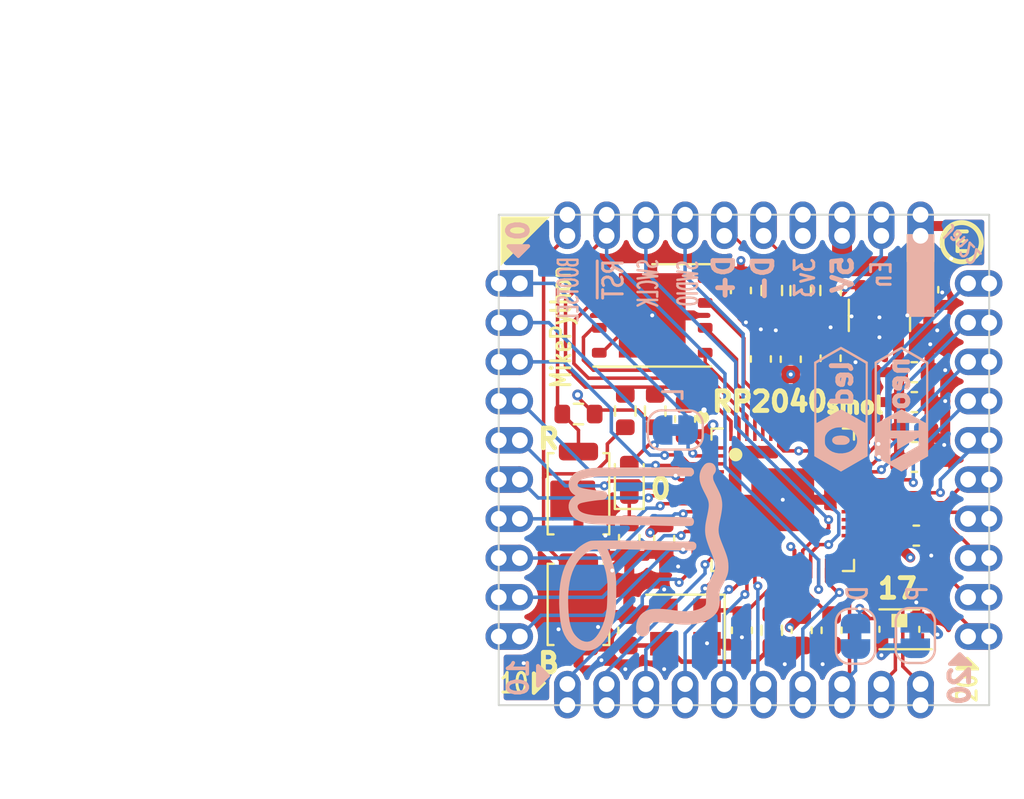
<source format=kicad_pcb>
(kicad_pcb (version 20211014) (generator pcbnew)
  (layers (0 "F.Cu" signal) (1 "In1.Cu" signal) (2 "In2.Cu" signal) (31 "B.Cu" signal) (34 "B.Paste" user) (35 "F.Paste" user) (36 "B.SilkS" user "B.Silkscreen") (37 "F.SilkS" user "F.Silkscreen") (38 "B.Mask" user) (39 "F.Mask" user) (44 "Edge.Cuts" user))
  (net 0 "")
  (net 1 "+1V1")
  (net 2 "GND")
  (net 3 "+3V3")
  (net 4 "/XIN")
  (net 5 "Net-(C16-Pad2)")
  (net 7 "Net-(D1-Pad3)")
  (net 8 "/GPIO20")
  (net 9 "Net-(D1-Pad4)")
  (net 10 "Net-(D2-Pad1)")
  (net 11 "/GPIO4")
  (net 12 "/GPIO5")
  (net 13 "/GPIO6")
  (net 14 "/GPIO7")
  (net 15 "/GPIO8")
  (net 16 "/GPIO9")
  (net 17 "/GPIO10")
  (net 18 "/GPIO18")
  (net 19 "/GPIO19")
  (net 20 "/GPIO21")
  (net 21 "/GPIO22")
  (net 22 "/GPIO23")
  (net 23 "/GPIO26_ADC0")
  (net 24 "/GPIO11")
  (net 25 "/GPIO12")
  (net 26 "/GPIO13")
  (net 27 "/GPIO14")
  (net 28 "/GPIO15")
  (net 29 "/SWCLK")
  (net 30 "/SWDIO")
  (net 31 "/RUN")
  (net 32 "/USB_DI-")
  (net 33 "/USB_DI+")
  (net 34 "/XOUT")
  (net 35 "/BOOTSEL")
  (net 36 "/QSPI_SD3")
  (net 37 "/QSPI_SCLK")
  (net 38 "/QSPI_SD0")
  (net 39 "/QSPI_SD2")
  (net 40 "/QSPI_SD1")
  (net 41 "/QSPI_SS")
  (net 42 "/GPIO2")
  (net 43 "/GPIO3")
  (net 44 "+5V")
  (net 45 "Net-(D2-Pad2)")
  (net 46 "/GPIO27_ADC1")
  (net 47 "/GPIO28_ADC2")
  (net 48 "/GPIO16")
  (net 49 "/GPIO17")
  (net 50 "/En")
  (net 51 "/D-")
  (net 52 "/GPIO0")
  (net 53 "/GPIO1")
  (net 54 "/GPIO24")
  (net 55 "/GPIO29_ADC3")
  (net 56 "/GPIO25")
  (net 57 "/D+")
  (footprint "Capacitor_SMD:C_0603_1608Metric" (layer "F.Cu") (at 148.3948 100.323 -90)
    (fp_text reference "C1" hide)
    (fp_text value "10u")
  )
  (footprint "Capacitor_SMD:C_0603_1608Metric" (layer "F.Cu") (at 141.9432 117.6836 90)
    (fp_text reference "C11" hide)
    (fp_text value "100n")
  )
  (footprint "Resistor_SMD:R_0603_1608Metric" (layer "F.Cu") (at 140.4192 100.3608 90)
    (fp_text reference "R5" hide)
    (fp_text value "27R")
  )
  (footprint "MikeFootprintLib:WS2812b-2020" (layer "F.Cu") (at 146.9216 117.6328)
    (fp_text reference "D1" hide)
    (fp_text value "WS2812B-2020")
  )
  (footprint "Resistor_SMD:R_0603_1608Metric" (layer "F.Cu") (at 141.8924 100.373 90)
    (fp_text reference "R4" hide)
    (fp_text value "27R")
  )
  (footprint "Package_SON:WSON-8-1EP_6x5mm_P1.27mm_EP3.4x4.3mm" (layer "F.Cu") (at 134.3232 101.6308)
    (fp_text reference "U3" hide)
    (fp_text value "W25Q64JVZP")
  )
  (footprint "Capacitor_SMD:C_0603_1608Metric" (layer "F.Cu") (at 143.4672 117.6836 90)
    (fp_text reference "C8" hide)
    (fp_text value "100n")
  )
  (footprint "Capacitor_SMD:C_0603_1608Metric" (layer "F.Cu") (at 147.6836 109.0984 180)
    (fp_text reference "C6" hide)
    (fp_text value "100n")
  )
  (footprint "Capacitor_SMD:C_0603_1608Metric" (layer "F.Cu") (at 135.9996 106.914 -90)
    (fp_text reference "C13" hide)
    (fp_text value "100n")
  )
  (footprint "LED_SMD:LED_0603_1608Metric" (layer "F.Cu") (at 133.1548 110.0128 90)
    (fp_text reference "D2" hide)
    (fp_text value "Pink")
  )
  (footprint "Resistor_SMD:R_0603_1608Metric" (layer "F.Cu") (at 134.4756 106.5076 90)
    (fp_text reference "R2" hide)
    (fp_text value "10K")
  )
  (footprint "Capacitor_SMD:C_0603_1608Metric" (layer "F.Cu") (at 147.6836 104.5264)
    (fp_text reference "C2" hide)
    (fp_text value "10u")
  )
  (footprint "Capacitor_SMD:C_0603_1608Metric" (layer "F.Cu") (at 147.6836 106.0504 180)
    (fp_text reference "C3" hide)
    (fp_text value "1u")
  )
  (footprint "Package_TO_SOT_SMD:SOT-23-5" (layer "F.Cu") (at 145.9056 101.6308 -90)
    (fp_text reference "U1" hide)
    (fp_text value "AP2112K-3.3")
  )
  (footprint "MikeSwitchFootprints:SW_Push_SPST_Alps_SKRK_Clone" (layer "F.Cu") (at 130.564 110.724 90)
    (fp_text reference "SW2" hide)
    (fp_text value "RESET")
  )
  (footprint "Capacitor_SMD:C_0603_1608Metric" (layer "F.Cu") (at 138.8444 100.3608 -90)
    (fp_text reference "C14" hide)
    (fp_text value "100n")
  )
  (footprint "Capacitor_SMD:C_0603_1608Metric" (layer "F.Cu") (at 143.4164 103.8152 -90)
    (fp_text reference "C10" hide)
    (fp_text value "1u")
  )
  (footprint "Capacitor_SMD:C_0603_1608Metric" (layer "F.Cu") (at 139.8604 103.853 -90)
    (fp_text reference "C9" hide)
    (fp_text value "100n")
  )
  (footprint "Resistor_SMD:R_0603_1608Metric" (layer "F.Cu") (at 130.564 106.66)
    (fp_text reference "R8" hide)
    (fp_text value "10K")
  )
  (footprint "Capacitor_SMD:C_0603_1608Metric" (layer "F.Cu") (at 147.7852 112.8576 180)
    (fp_text reference "C4" hide)
    (fp_text value "100n")
  )
  (footprint "MikeFootprintLib:RP2040" (layer "F.Cu") (at 140.978 111.0288)
    (fp_text reference "U2" hide)
    (fp_text value "RP2040")
  )
  (footprint "MikeConnectorFootprints:Castellated_4x10_smol_dual" (layer "F.Cu") (at 126.5 96.5)
    (fp_text reference "PADS1" hide)
    (fp_text value "rp2040smol-b-pads")
  )
  (footprint "Capacitor_SMD:C_0603_1608Metric" (layer "F.Cu") (at 141.3844 103.866 -90)
    (fp_text reference "C5" hide)
    (fp_text value "100n")
  )
  (footprint "Capacitor_SMD:C_0603_1608Metric" (layer "F.Cu") (at 133.104 117.6836 -90)
    (fp_text reference "C16" hide)
    (fp_text value "27p")
  )
  (footprint "Capacitor_SMD:C_0603_1608Metric" (layer "F.Cu") (at 134.9328 113.01 90)
    (fp_text reference "C12" hide)
    (fp_text value "100n")
  )
  (footprint "MikeFootprintLib:RevisionSymbol_Small" (layer "F.Cu") (at 150.1 97.9)
    (fp_text reference "MISC1")
    (fp_text value "E")
  )
  (footprint "Resistor_SMD:R_0603_1608Metric" (layer "F.Cu") (at 143.4164 100.3608 -90)
    (fp_text reference "R1" hide)
    (fp_text value "10K")
  )
  (footprint "Capacitor_SMD:C_0603_1608Metric" (layer "F.Cu") (at 147.6836 107.5744 180)
    (fp_text reference "C7" hide)
    (fp_text value "100n")
  )
  (footprint "Resistor_SMD:R_0603_1608Metric" (layer "F.Cu") (at 140.4192 117.6836 -90)
    (fp_text reference "R7" hide)
    (fp_text value "1K")
  )
  (footprint "Crystal:Crystal_SMD_Abracon_ABM8G-4Pin_3.2x2.5mm" (layer "F.Cu") (at 136.0172 117.5176 180)
    (fp_text reference "Y1" hide)
    (fp_text value "Crystal_520-120-18-33JGN-TR3")
  )
  (footprint "MikeSwitchFootprints:SW_Push_SPST_Alps_SKRK_Clone" (layer "F.Cu") (at 130.564 116.3628 90)
    (fp_text reference "SW1" hide)
    (fp_text value "BOOTSEL")
  )
  (footprint "Resistor_SMD:R_0603_1608Metric" (layer "F.Cu") (at 132.9516 106.5076 -90)
    (fp_text reference "R3" hide)
    (fp_text value "1K")
  )
  (footprint "Resistor_SMD:R_0603_1608Metric" (layer "F.Cu") (at 133.1548 113.0608 90)
    (fp_text reference "R6" hide)
    (fp_text value "300R")
  )
  (footprint "Capacitor_SMD:C_0603_1608Metric" (layer "F.Cu") (at 138.8952 117.6836 -90)
    (fp_text reference "C15" hide)
    (fp_text value "27p")
  )
  (footprint "MikeFootprintLib:Covered_SolderJumper-2_P1.3mm_Bridged_RoundedPad1.0x1.5mm" (layer "B.Cu") (at 135.502001 107.4728 180)
    (fp_text reference "JP3" hide)
    (fp_text value "LED Disable")
  )
  (footprint "MikeArtworkLib:MPSquare_10mm" (layer "B.Cu") (at 133.9 113.518 -90)
    (fp_text reference "ART1" hide)
    (fp_text value "MP10mm" hide)
  )
  (footprint "MikeArtworkLib:badge0" (layer "B.Cu") (at 144 106.4 -90)
    (fp_text reference "ART3" hide)
    (fp_text value "led0" hide)
  )
  (footprint "MikeFootprintLib:Covered_SolderJumper-2_P1.3mm_Bridged_RoundedPad1.0x1.5mm" (layer "B.Cu") (at 144.6864 117.9884 90)
    (fp_text reference "JP2" hide)
    (fp_text value "Neopix Disable")
  )
  (footprint "MikeFootprintLib:Covered_SolderJumper-2_P1.3mm_Bridged_RoundedPad1.0x1.5mm" (layer "B.Cu") (at 147.7344 117.95 -90)
    (fp_text reference "JP1" hide)
    (fp_text value "Neopix Power Disable")
  )
  (footprint "MikeArtworkLib:tag17" (layer "B.Cu") (at 146.9 106.4 -90)
    (fp_text reference "ART2" hide)
    (fp_text value "tag17" hide)
  )
  (gr_poly (pts (xy 127.999998 98.1) (xy 127.499999 98.599999) (xy 127.000001 98.1)) (layer "B.SilkS") (width 0.2) (fill solid))
  (gr_poly (pts (xy 128.5 119.5) (xy 129 120) (xy 128.5 120.5)) (layer "B.SilkS") (width 0.2) (fill solid))
  (gr_rect (start 147.3 97.5) (end 148.7 101.7) (layer "B.SilkS") (width 0.01) (fill solid))
  (gr_poly (pts (xy 149.5 119.4) (xy 150 118.9) (xy 150.5 119.4)) (layer "B.SilkS") (width 0.2) (fill solid))
  (gr_poly (pts (xy 126.6 99.1) (xy 126.6 96.6) (xy 129.1 96.6)) (layer "F.SilkS") (width 0.01) (fill solid))
  (gr_rect (start 147.3 98.9) (end 148.7 97.5) (layer "F.SilkS") (width 0.01) (fill solid))
  (gr_poly (pts (xy 150.876 119.63) (xy 150.376 119.13) (xy 149.876 119.63)) (layer "F.SilkS") (width 0.2) (fill solid))
  (gr_poly (pts (xy 128.286001 120.875999) (xy 128.786 120.376) (xy 128.286001 119.875999)) (layer "F.SilkS") (width 0.2) (fill solid))
  (gr_rect (start 126.5 96.5) (end 151.5 121.5) (layer "Edge.Cuts") (width 0.1) (fill none))
  (gr_text "Jan22" (at 150.1 98 135) (layer "B.SilkS") (effects (font (size 0.75 0.5) (thickness 0.125)) (justify mirror)))
  (gr_text "En" (at 146 99.548 90) (layer "B.SilkS") (effects (font (size 1 0.75)) (justify mirror)))
  (gr_text "SWDIO" (at 136.152 100 90) (layer "B.SilkS") (effects (font (size 1 0.5) (thickness 0.125)) (justify mirror)))
  (gr_text "~{RST}" (at 132.342 99.802 90) (layer "B.SilkS") (effects (font (size 1 0.75)) (justify mirror)))
  (gr_text "3v3" (at 142.1 99.72 90) (layer "B.SilkS") (effects (font (size 1 0.75)) (justify mirror)))
  (gr_text "20" (at 150 120.5 90) (layer "B.SilkS") (effects (font (size 1 1) (thickness 0.25)) (justify mirror)))
  (gr_text "BOOTSEL" (at 130.056 100.31 90) (layer "B.SilkS") (effects (font (size 1 0.5) (thickness 0.125)) (justify mirror)))
  (gr_text "SWCLK" (at 134.12 100 90) (layer "B.SilkS") (effects (font (size 1 0.5) (thickness 0.125)) (justify mirror)))
  (gr_text "D-" (at 139.97 99.75 90) (layer "B.SilkS") (effects (font (size 1 1) (thickness 0.25)) (justify mirror)))
  (gr_text "10" (at 127.5 120.1 90) (layer "B.SilkS") (effects (font (size 1 1) (thickness 0.1875)) (justify mirror)))
  (gr_text "D+" (at 137.97 99.72 90) (layer "B.SilkS") (effects (font (size 1 1) (thickness 0.25)) (justify mirror)))
  (gr_text "neo" (at 146.9 105.1 90) (layer "B.SilkS") (effects (font (size 1 1) (thickness 0.25)) (justify mirror)))
  (gr_text "0" (at 127.5 97.3 90) (layer "B.SilkS") (effects (font (size 1 1) (thickness 0.25)) (justify mirror)))
  (gr_text "5V" (at 144.026 99.548 90) (layer "B.SilkS") (effects (font (size 1 1) (thickness 0.25)) (justify mirror)))
  (gr_text "led" (at 144 105.1 90) (layer "B.SilkS") (effects (font (size 1 1) (thickness 0.25)) (justify mirror)))
  (gr_text "10" (at 127.286 120.375999) (layer "F.SilkS") (effects (font (size 1 0.75))))
  (gr_text "RP2040_{smol}" (at 141.74 106.025) (layer "F.SilkS") (effects (font (size 1 1) (thickness 0.25))))
  (gr_text "MikePython" (at 129.675 102.215 90) (layer "F.SilkS") (effects (font (size 1 0.75))))
  (gr_text "20" (at 150.376 120.63 90) (layer "F.SilkS") (effects (font (size 1 0.75))))
  (segment (start 143.0303 106.671789) (end 143.0303 104.9763) (width 0.1778) (layer "F.Cu") (net 1))
  (segment (start 139.8604 104.628) (end 140.7748 105.5424) (width 0.1524) (layer "F.Cu") (net 1))
  (segment (start 140.7748 108.289522) (end 141.024878 108.5396) (width 0.1778) (layer "F.Cu") (net 1))
  (segment (start 140.7748 105.5424) (end 140.7748 107.5288) (width 0.1524) (layer "F.Cu") (net 1))
  (segment (start 140.7748 107.5288) (end 140.7748 108.289522) (width 0.1778) (layer "F.Cu") (net 1))
  (segment (start 141.3844 113.4164) (end 141.5876 113.6196) (width 0.1778) (layer "F.Cu") (net 1))
  (segment (start 141.5876 113.6196) (end 141.5876 114.5288) (width 0.1778) (layer "F.Cu") (net 1))
  (segment (start 141.6892 108.5396) (end 141.7908 108.5396) (width 0.1778) (layer "F.Cu") (net 1))
  (segment (start 141.7908 108.5396) (end 142.4004 108.5396) (width 0.1778) (layer "F.Cu") (net 1))
  (segment (start 141.558511 115.114511) (end 143.3526 116.9086) (width 0.1778) (layer "F.Cu") (net 1))
  (segment (start 141.558511 113.590511) (end 141.558511 115.114511) (width 0.1778) (layer "F.Cu") (net 1))
  (segment (start 142.8068 108.1332) (end 142.8068 107.5288) (width 0.1778) (layer "F.Cu") (net 1))
  (segment (start 142.8068 107.5288) (end 142.8068 106.89529) (width 0.1778) (layer "F.Cu") (net 1))
  (segment (start 143.0303 104.9763) (end 143.4164 104.5902) (width 0.1778) (layer "F.Cu") (net 1))
  (segment (start 142.4004 108.5396) (end 142.8068 108.1332) (width 0.1778) (layer "F.Cu") (net 1))
  (segment (start 142.8068 106.89529) (end 143.0303 106.671789) (width 0.1778) (layer "F.Cu") (net 1))
  (segment (start 141.024878 108.5396) (end 141.6892 108.5396) (width 0.1778) (layer "F.Cu") (net 1))
  (via (at 141.7908 108.5396) (size 0.46) (drill 0.2) (layers "F.Cu" "B.Cu") (net 1))
  (via (at 141.3844 113.4164) (size 0.46) (drill 0.2) (layers "F.Cu" "B.Cu") (net 1))
  (segment (start 148.5602 112.8576) (end 148.5602 113.8606) (width 0.508) (layer "F.Cu") (net 2))
  (segment (start 138.8952 118.0392) (end 138.8952 118.4586) (width 0.508) (layer "F.Cu") (net 2))
  (segment (start 134.9172 116.6676) (end 134.9328 115.6008) (width 0.508) (layer "F.Cu") (net 2))
  (segment (start 143.4164 103.0402) (end 143.4164 102.2404) (width 0.381) (layer "F.Cu") (net 2))
  (segment (start 147.8608 101.098) (end 147.328 101.6308) (width 0.508) (layer "F.Cu") (net 2))
  (segment (start 131.5628 117.514) (end 130.564 118.5128) (width 0.508) (layer "F.Cu") (net 2))
  (segment (start 135.5802 114.4324) (end 134.9328 113.785) (width 0.508) (layer "F.Cu") (net 2))
  (segment (start 136.647 106.139) (end 136.9648 106.4568) (width 0.508) (layer "F.Cu") (net 2))
  (segment (start 148.4586 106.7994) (end 149.2584 105.9996) (width 0.508) (layer "F.Cu") (net 2))
  (segment (start 147.8366 117.0828) (end 147.8366 116.3126) (width 0.508) (layer "F.Cu") (net 2))
  (segment (start 149.2584 105.9996) (end 149.2584 108.184) (width 0.508) (layer "F.Cu") (net 2))
  (segment (start 134.9966 113.785) (end 135.387451 114.175851) (width 0.508) (layer "F.Cu") (net 2))
  (segment (start 140.6224 102.3928) (end 140.6862 102.3928) (width 0.381) (layer "F.Cu") (net 2))
  (segment (start 147.8366 116.3126) (end 147.809209 116.285209) (width 0.508) (layer "F.Cu") (net 2))
  (segment (start 138.8444 101.1358) (end 138.8444 101.7324) (width 0.381) (layer "F.Cu") (net 2))
  (segment (start 148.4586 106.0504) (end 149.2076 106.0504) (width 0.508) (layer "F.Cu") (net 2))
  (segment (start 148.5602 113.8606) (end 148.5472 113.8736) (width 0.508) (layer "F.Cu") (net 2))
  (segment (start 148.4704 101.098) (end 149.106 100.4624) (width 0.508) (layer "F.Cu") (net 2))
  (segment (start 133.041 113.8858) (end 132.2912 114.6356) (width 0.508) (layer "F.Cu") (net 2))
  (segment (start 139.962 114.5288) (end 139.962 112.0448) (width 0.1778) (layer "F.Cu") (net 2))
  (segment (start 138.8444 101.7324) (end 139.0984 101.9864) (width 0.381) (layer "F.Cu") (net 2))
  (segment (start 148.5472 113.8736) (end 148.5602 113.8866) (width 0.508) (layer "F.Cu") (net 2))
  (segment (start 148.3948 101.098) (end 147.8608 101.098) (width 0.508) (layer "F.Cu") (net 2))
  (segment (start 147.809209 116.285209) (end 147.7852 116.285209) (width 0.508) (layer "F.Cu") (net 2))
  (segment (start 135.644 114.4324) (end 135.5802 114.4324) (width 0.508) (layer "F.Cu") (net 2))
  (segment (start 140.6862 102.3928) (end 141.3844 103.091) (width 0.381) (layer "F.Cu") (net 2))
  (segment (start 143.4672 118.9536) (end 143.01 119.4108) (width 0.508) (layer "F.Cu") (net 2))
  (segment (start 148.5472 107.5744) (end 149.2076 108.2348) (width 0.508) (layer "F.Cu") (net 2))
  (segment (start 131.7578 103.5358) (end 133.6628 101.6308) (width 0.1778) (layer "F.Cu") (net 2))
  (segment (start 143.4672 118.4586) (end 143.4672 118.9536) (width 0.508) (layer "F.Cu") (net 2))
  (segment (start 149.2584 104.4248) (end 149.2584 105.9996) (width 0.508) (layer "F.Cu") (net 2))
  (segment (start 130.564 112.874) (end 131.9356 112.8576) (width 0.508) (layer "F.Cu") (net 2))
  (segment (start 139.8604 103.078) (end 139.8604 102.342) (width 0.381) (layer "F.Cu") (net 2))
  (segment (start 148.4586 104.5264) (end 149.1568 104.5264) (width 0.508) (layer "F.Cu") (net 2))
  (segment (start 147.7852 116.2612) (end 147.8366 116.3126) (width 0.1778) (layer "F.Cu") (net 2))
  (segment (start 135.9996 106.139) (end 136.647 106.139) (width 0.508) (layer "F.Cu") (net 2))
  (segment (start 130.428 118.5128) (end 129.548 117.6328) (width 0.508) (layer "F.Cu") (net 2))
  (segment (start 141.9432 118.5472) (end 141.0796 119.4108) (width 0.508) (layer "F.Cu") (net 2))
  (segment (start 148.4586 107.5744) (end 148.4586 106.7994) (width 0.508) (layer "F.Cu") (net 2))
  (segment (start 149.1568 104.5264) (end 149.2584 104.4248) (width 0.508) (layer "F.Cu") (net 2))
  (segment (start 133.104 116.9086) (end 132.1682 116.9086) (width 0.508) (layer "F.Cu") (net 2))
  (segment (start 132.1682 116.9086) (end 131.5628 117.514) (width 0.508) (layer "F.Cu") (net 2))
  (segment (start 149.2584 108.184) (end 149.2076 108.2348) (width 0.508) (layer "F.Cu") (net 2))
  (segment (start 148.4586 108.9838) (end 149.2076 108.2348) (width 0.508) (layer "F.Cu") (net 2))
  (via (at 143.01 119.4108) (size 0.46) (drill 0.2) (layers "F.Cu" "B.Cu") (net 2))
  (via (at 148.5472 113.8736) (size 0.46) (drill 0.2) (layers "F.Cu" "B.Cu") (net 2))
  (via (at 129.548 117.6328) (size 0.46) (drill 0.2) (layers "F.Cu" "B.Cu") (net 2))
  (via (at 149.2584 105.9996) (size 0.46) (drill 0.2) (layers "F.Cu" "B.Cu") (net 2))
  (via (at 149.2584 104.4248) (size 0.46) (drill 0.2) (layers "F.Cu" "B.Cu") (net 2))
  (via (at 149.5632 98.7352) (size 0.46) (drill 0.2) (layers "F.Cu" "B.Cu") (net 2))
  (via (at 136.9648 106.4568) (size 0.55) (drill 0.27) (layers "F.Cu" "B.Cu") (net 2))
  (via (at 144.4832 101.6816) (size 0.46) (drill 0.2) (layers "F.Cu" "B.Cu") (net 2))
  (via (at 141.0796 119.4108) (size 0.46) (drill 0.2) (layers "F.Cu" "B.Cu") (net 2))
  (via (at 145.9056 102.7484) (size 0.46) (drill 0.2) (layers "F.Cu" "B.Cu") (net 2))
  (via (at 147.7852 116.2612) (size 0.46) (drill 0.2) (layers "F.Cu" "B.Cu") (net 2))
  (via (at 132.2912 114.6356) (size 0.46) (drill 0.2) (layers "F.Cu" "B.Cu") (net 2))
  (via (at 134.9328 115.6008) (size 0.46) (drill 0.2) (layers "F.Cu" "B.Cu") (net 2))
  (via (at 138.8952 118.0392) (size 0.46) (drill 0.2) (layers "F.Cu" "B.Cu") (net 2))
  (via (at 137.1172 118.344) (size 0.46) (drill 0.2) (layers "F.Cu" "B.Cu") (net 2))
  (via (at 127.77 119.36) (size 0.46) (drill 0.2) (layers "F.Cu" "B.Cu") (net 2))
  (via (at 145.9056 101.7324) (size 0.46) (drill 0.2) (layers "F.Cu" "B.Cu") (net 2))
  (via (at 131.9356 112.8576) (size 0.46) (drill 0.2) (layers "F.Cu" "B.Cu") (net 2))
  (via (at 140.6224 102.3928) (size 0.46) (drill 0.2) (layers "F.Cu" "B.Cu") (net 2))
  (via (at 144.6864 104.0184) (size 0.46) (drill 0.2) (layers "F.Cu" "B.Cu") (net 2))
  (via (at 139.0984 101.9864) (size 0.46) (drill 0.2) (layers "F.Cu" "B.Cu") (net 2))
  (via (at 139.8604 102.342) (size 0.46) (drill 0.2) (layers "F.Cu" "B.Cu") (net 2))
  (via (at 140.978 111.0288) (size 0.46) (drill 0.2) (layers "F.Cu" "B.Cu") (net 2))
  (via (at 131.5628 117.514) (size 0.46) (drill 0.2) (layers "F.Cu" "B.Cu") (net 2))
  (via (at 149.2076 108.2348) (size 0.46) (drill 0.2) (layers "F.Cu" "B.Cu") (net 2))
  (via (at 135.644 114.4324) (size 0.46) (drill 0.2) (layers "F.Cu" "B.Cu") (net 2))
  (via (at 143.4164 102.2404) (size 0.46) (drill 0.2) (layers "F.Cu" "B.Cu") (net 2))
  (via (at 131.7324 119.2076) (size 0.46) (drill 0.2) (layers "F.Cu" "B.Cu") (net 2))
  (via (at 148.852 102.3928) (size 0.46) (drill 0.2) (layers "F.Cu" "B.Cu") (net 2))
  (via (at 148.4964 103.104) (size 0.46) (drill 0.2) (layers "F.Cu" "B.Cu") (net 2))
  (via (at 134.9328 119.6648) (size 0.46) (drill 0.2) (layers "F.Cu" "B.Cu") (net 2))
  (via (at 132.9516 119.6648) (size 0.46) (drill 0.2) (layers "F.Cu" "B.Cu") (net 2))
  (via (at 134.3232 101.6308) (size 0.46) (drill 0.2) (layers "F.Cu" "B.Cu") (net 2))
  (via (at 147.328 101.6308) (size 0.46) (drill 0.2) (layers "F.Cu" "B.Cu") (net 2))
  (via (at 149.106 100.4624) (size 0.46) (drill 0.2) (layers "F.Cu" "B.Cu") (net 2))
  (segment (start 146.9086 107.5744) (end 146.9086 109.0984) (width 0.508) (layer "F.Cu") (net 3))
  (segment (start 143.766801 107.528799) (end 145.2452 106.0504) (width 0.1778) (layer "F.Cu") (net 3))
  (segment (start 143.2132 107.5288) (end 143.2132 107.0225) (width 0.1778) (layer "F.Cu") (net 3))
  (segment (start 136.336745 112.0448) (end 136.112734 112.268811) (width 0.1778) (layer "F.Cu") (net 3))
  (segment (start 147.0102 112.8576) (end 147.0102 113.505) (width 0.508) (layer "F.Cu") (net 3))
  (segment (start 134.9328 112.235) (end 134.6918 112.235) (width 0.508) (layer "F.Cu") (net 3))
  (segment (start 130.521216 105.686784) (end 130.521216 105.792216) (width 0.1778) (layer "F.Cu") (net 3))
  (segment (start 146.4644 112.8576) (end 147.0102 112.8576) (width 0.1778) (layer "F.Cu") (net 3))
  (segment (start 141.1812 114.5288) (end 141.1812 116.1466) (width 0.1778) (layer "F.Cu") (net 3))
  (segment (start 146.9086 104.5264) (end 146.9086 106.0504) (width 0.508) (layer "F.Cu") (net 3))
  (segment (start 141.1812 107.5288) (end 141.1812 104.8442) (width 0.1778) (layer "F.Cu") (net 3))
  (segment (start 145.336389 107.969266) (end 145.731255 107.5744) (width 0.1778) (layer "F.Cu") (net 3))
  (segment (start 144.478001 108.3872) (end 145.069537 108.3872) (width 0.1778) (layer "F.Cu") (net 3))
  (segment (start 136.9518 107.689) (end 137.422 107.2188) (width 0.508) (layer "F.Cu") (net 3))
  (segment (start 138.8444 99.5858) (end 138.8444 98.8876) (width 0.381) (layer "F.Cu") (net 3))
  (segment (start 134.6918 112.235) (end 134.2216 112.7052) (width 0.508) (layer "F.Cu") (net 3))
  (segment (start 131.5922 106.4568) (end 133.5998 106.4568) (width 0.1778) (layer "F.Cu") (net 3))
  (segment (start 137.478 112.0448) (end 136.336745 112.0448) (width 0.1778) (layer "F.Cu") (net 3))
  (segment (start 145.6516 112.0448) (end 146.4644 112.8576) (width 0.1778) (layer "F.Cu") (net 3))
  (segment (start 145.2452 106.0504) (end 146.9086 106.0504) (width 0.1778) (layer "F.Cu") (net 3))
  (segment (start 145.7093 104.5264) (end 146.9086 104.5264) (width 0.1778) (layer "F.Cu") (net 3))
  (segment (start 146.8556 102.7683) (end 146.8556 104.4734) (width 0.508) (layer "F.Cu") (net 3))
  (segment (start 144.478 112.0448) (end 145.6516 112.0448) (width 0.1778) (layer "F.Cu") (net 3))
  (segment (start 147.0102 113.505) (end 147.4804 113.9752) (width 0.508) (layer "F.Cu") (net 3))
  (segment (start 135.9996 107.689) (end 136.9518 107.689) (width 0.508) (layer "F.Cu") (net 3))
  (segment (start 130.521216 105.792216) (end 131.389 106.66) (width 0.1778) (layer "F.Cu") (net 3))
  (segment (start 146.9086 106.0504) (end 146.9086 107.5744) (width 0.508) (layer "F.Cu") (net 3))
  (segment (start 136.2158 107.689) (end 136.914 108.3872) (width 0.1778) (layer "F.Cu") (net 3))
  (segment (start 133.5998 106.4568) (end 134.4756 107.3326) (width 0.1778) (layer "F.Cu") (net 3))
  (segment (start 143.6196 107.528799) (end 143.766801 107.528799) (width 0.1778) (layer "F.Cu") (net 3))
  (segment (start 136.112734 112.268811) (end 134.966611 112.268811) (width 0.1778) (layer "F.Cu") (net 3))
  (segment (start 141.5876 107.5288) (end 141.5876 104.8442) (width 0.1778) (layer "F.Cu") (net 3))
  (segment (start 143.2132 107.0225) (end 145.7093 104.5264) (width 0.1778) (layer "F.Cu") (net 3))
  (segment (start 141.9432 116.9216) (end 141.3336 117.5312) (width 0.508) (layer "F.Cu") (net 3))
  (segment (start 145.731255 107.5744) (end 146.9086 107.5744) (width 0.1778) (layer "F.Cu") (net 3))
  (segment (start 141.1812 116.1466) (end 141.9432 116.9086) (width 0.1778) (layer "F.Cu") (net 3))
  (segment (start 145.069537 108.3872) (end 145.336389 108.120348) (width 0.1778) (layer "F.Cu") (net 3))
  (segment (start 136.914 108.3872) (end 137.478 108.3872) (width 0.1778) (layer "F.Cu") (net 3))
  (segment (start 137.0232 99.7258) (end 138.7044 99.7258) (width 0.381) (layer "F.Cu") (net 3))
  (segment (start 138.8444 98.8876) (end 138.8444 98.8368) (width 0.381) (layer "F.Cu") (net 3))
  (segment (start 145.336389 108.120348) (end 145.336389 107.969266) (width 0.1778) (layer "F.Cu") (net 3))
  (via (at 138.8444 98.8368) (size 0.46) (drill 0.2) (layers "F.Cu" "B.Cu") (net 3))
  (via (at 141.3844 104.641) (size 0.46) (drill 0.2) (layers "F.Cu" "B.Cu") (net 3))
  (via (at 147.4804 113.9752) (size 0.46) (drill 0.2) (layers "F.Cu" "B.Cu") (net 3))
  (via (at 130.521216 105.686784) (size 0.55) (drill 0.27) (layers "F.Cu" "B.Cu") (net 3))
  (via (at 137.422 107.2188) (size 0.55) (drill 0.27) (layers "F.Cu" "B.Cu") (net 3))
  (via (at 148.86568 117.902273) (size 0.46) (drill 0.2) (layers "F.Cu" "B.Cu") (net 3))
  (via (at 141.3336 117.5312) (size 0.46) (drill 0.2) (layers "F.Cu" "B.Cu") (net 3))
  (via (at 134.2216 112.7052) (size 0.46) (drill 0.2) (layers "F.Cu" "B.Cu") (net 3))
  (segment (start 148.86568 117.902273) (end 148.263407 117.3) (width 0.1778) (layer "B.Cu") (net 3))
  (segment (start 147.7344 117.3) (end 148.325774 117.3) (width 0.508) (layer "B.Cu") (net 3))
  (segment (start 148.325774 117.3) (end 148.896864 117.87109) (width 0.508) (layer "B.Cu") (net 3))
  (segment (start 140.3684 115.4992) (end 138.959 116.9086) (width 0.1778) (layer "F.Cu") (net 4))
  (segment (start 137.1172 116.6676) (end 138.6542 116.6676) (width 0.2286) (layer "F.Cu") (net 4))
  (segment (start 140.3684 114.5288) (end 140.3684 115.4992) (width 0.1778) (layer "F.Cu") (net 4))
  (segment (start 139.646389 119.281411) (end 140.4192 118.5086) (width 0.2286) (layer "F.Cu") (net 5))
  (segment (start 134.9172 118.3676) (end 135.831011 119.281411) (width 0.2286) (layer "F.Cu") (net 5))
  (segment (start 133.104 118.4586) (end 134.8262 118.4586) (width 0.2286) (layer "F.Cu") (net 5))
  (segment (start 135.831011 119.281411) (end 139.646389 119.281411) (width 0.2286) (layer "F.Cu") (net 5))
  (segment (start 144.9 116.566783) (end 145.416017 117.0828) (width 0.1778) (layer "F.Cu") (net 7))
  (segment (start 145.416017 117.0828) (end 146.0066 117.0828) (width 0.1778) (layer "F.Cu") (net 7))
  (via (at 144.9 116.566783) (size 0.46) (drill 0.2) (layers "F.Cu" "B.Cu") (net 7))
  (segment (start 144.9 116.566783) (end 144.9 117.1248) (width 0.1778) (layer "B.Cu") (net 7))
  (segment (start 147.723989 115.742789) (end 148.742789 115.742789) (width 0.1778) (layer "F.Cu") (net 8))
  (segment (start 148.742789 115.742789) (end 151 118) (width 0.1778) (layer "F.Cu") (net 8))
  (segment (start 145.645131 113.136798) (end 145.365933 112.8576) (width 0.1778) (layer "F.Cu") (net 8))
  (segment (start 145.365933 112.8576) (end 144.478 112.8576) (width 0.1778) (layer "F.Cu") (net 8))
  (segment (start 145.645131 113.136798) (end 145.645131 113.663931) (width 0.1778) (layer "F.Cu") (net 8))
  (segment (start 145.645131 113.663931) (end 147.723989 115.742789) (width 0.1778) (layer "F.Cu") (net 8))
  (segment (start 146.0066 118.9536) (end 146.0066 118.1828) (width 0.508) (layer "F.Cu") (net 9))
  (via (at 146.0066 118.9536) (size 0.46) (drill 0.2) (layers "F.Cu" "B.Cu") (net 9))
  (segment (start 147.7344 118.6) (end 146.3602 118.6) (width 0.508) (layer "B.Cu") (net 9))
  (segment (start 146.3602 118.6) (end 146.0066 118.9536) (width 0.508) (layer "B.Cu") (net 9))
  (segment (start 133.1548 110.8003) (end 133.1548 112.2358) (width 0.1778) (layer "F.Cu") (net 10))
  (segment (start 131.933944 110.319256) (end 132.17882 110.07438) (width 0.1778) (layer "F.Cu") (net 11))
  (segment (start 131.8848 110.319256) (end 131.933944 110.319256) (width 0.1778) (layer "F.Cu") (net 11))
  (segment (start 133.621126 110.07438) (end 133.965946 110.4192) (width 0.1778) (layer "F.Cu") (net 11))
  (segment (start 133.965946 110.4192) (end 137.478 110.4192) (width 0.1778) (layer "F.Cu") (net 11))
  (segment (start 132.17882 110.07438) (end 133.621126 110.07438) (width 0.1778) (layer "F.Cu") (net 11))
  (via (at 131.8848 110.319256) (size 0.46) (drill 0.2) (layers "F.Cu" "B.Cu") (net 11))
  (segment (start 131.8848 110.319256) (end 129.894256 110.319256) (width 0.1778) (layer "B.Cu") (net 11))
  (segment (start 129.894256 110.319256) (end 127.575 108) (width 0.1778) (layer "B.Cu") (net 11))
  (segment (start 134.244275 110.8256) (end 137.478 110.8256) (width 0.1778) (layer "F.Cu") (net 12))
  (segment (start 134.132275 110.9376) (end 134.244275 110.8256) (width 0.1778) (layer "F.Cu") (net 12))
  (via (at 134.132275 110.9376) (size 0.46) (drill 0.2) (layers "F.Cu" "B.Cu") (net 12))
  (segment (start 134.132275 110.9376) (end 128.5126 110.9376) (width 0.1778) (layer "B.Cu") (net 12))
  (segment (start 128.5126 110.9376) (end 127.575 110) (width 0.1778) (layer "B.Cu") (net 12))
  (segment (start 134.8416 111.232) (end 137.478 111.232) (width 0.1778) (layer "F.Cu") (net 13))
  (segment (start 134.7296 111.344) (end 134.8416 111.232) (width 0.1778) (layer "F.Cu") (net 13))
  (via (at 134.7296 111.344) (size 0.46) (drill 0.2) (layers "F.Cu" "B.Cu") (net 13))
  (segment (start 134.048389 111.456011) (end 133.5044 112) (width 0.1778) (layer "B.Cu") (net 13))
  (segment (start 134.7296 111.344) (end 134.617589 111.456011) (width 0.1778) (layer "B.Cu") (net 13))
  (segment (start 134.617589 111.456011) (end 134.048389 111.456011) (width 0.1778) (layer "B.Cu") (net 13))
  (segment (start 133.5044 112) (end 127.575 112) (width 0.1778) (layer "B.Cu") (net 13))
  (segment (start 135.898 111.7504) (end 136.01 111.6384) (width 0.1778) (layer "F.Cu") (net 14))
  (segment (start 136.01 111.6384) (end 137.478 111.6384) (width 0.1778) (layer "F.Cu") (net 14))
  (via (at 135.898 111.7504) (size 0.46) (drill 0.2) (layers "F.Cu" "B.Cu") (net 14))
  (segment (start 135.898 111.7504) (end 135.4812 111.7504) (width 0.1778) (layer "B.Cu") (net 14))
  (segment (start 134.494055 111.8416) (end 134.352055 111.8416) (width 0.1778) (layer "B.Cu") (net 14))
  (segment (start 134.514866 111.862411) (end 134.494055 111.8416) (width 0.1778) (layer "B.Cu") (net 14))
  (segment (start 135.4812 111.7504) (end 135.369189 111.862411) (width 0.1778) (layer "B.Cu") (net 14))
  (segment (start 132.193655 114) (end 127.575 114) (width 0.1778) (layer "B.Cu") (net 14))
  (segment (start 135.369189 111.862411) (end 134.514866 111.862411) (width 0.1778) (layer "B.Cu") (net 14))
  (segment (start 134.352055 111.8416) (end 132.193655 114) (width 0.1778) (layer "B.Cu") (net 14))
  (segment (start 137.478 112.4512) (end 136.463957 112.4512) (width 0.1778) (layer "F.Cu") (net 15))
  (segment (start 136.007869 112.646131) (end 135.7964 112.8576) (width 0.1778) (layer "F.Cu") (net 15))
  (segment (start 136.463957 112.4512) (end 136.269026 112.646131) (width 0.1778) (layer "F.Cu") (net 15))
  (segment (start 136.269026 112.646131) (end 136.007869 112.646131) (width 0.1778) (layer "F.Cu") (net 15))
  (via (at 135.7964 112.8576) (size 0.46) (drill 0.2) (layers "F.Cu" "B.Cu") (net 15))
  (segment (start 135.7964 112.8576) (end 134.9328 112.8576) (width 0.1778) (layer "B.Cu") (net 15))
  (segment (start 131.7904 116) (end 127.575 116) (width 0.1778) (layer "B.Cu") (net 15))
  (segment (start 134.9328 112.8576) (end 131.7904 116) (width 0.1778) (layer "B.Cu") (net 15))
  (segment (start 136.591169 112.8576) (end 137.478 112.8576) (width 0.1778) (layer "F.Cu") (net 16))
  (segment (start 135.898 113.550769) (end 136.591169 112.8576) (width 0.1778) (layer "F.Cu") (net 16))
  (segment (start 135.898 113.5688) (end 135.898 113.550769) (width 0.1778) (layer "F.Cu") (net 16))
  (via (at 135.898 113.5688) (size 0.46) (drill 0.2) (layers "F.Cu" "B.Cu") (net 16))
  (segment (start 135.898 113.5688) (end 135.1868 113.5688) (width 0.1778) (layer "B.Cu") (net 16))
  (segment (start 128.6534 116.9216) (end 127.575 118) (width 0.1778) (layer "B.Cu") (net 16))
  (segment (start 135.1868 113.5688) (end 131.834 116.9216) (width 0.1778) (layer "B.Cu") (net 16))
  (segment (start 131.834 116.9216) (end 128.6534 116.9216) (width 0.1778) (layer "B.Cu") (net 16))
  (segment (start 136.416411 114.523589) (end 136.416411 113.646389) (width 0.1778) (layer "F.Cu") (net 17))
  (segment (start 136.416411 113.646389) (end 136.7988 113.264) (width 0.1778) (layer "F.Cu") (net 17))
  (segment (start 136.7988 113.264) (end 137.478 113.264) (width 0.1778) (layer "F.Cu") (net 17))
  (segment (start 135.6948 115.2452) (end 136.416411 114.523589) (width 0.1778) (layer "F.Cu") (net 17))
  (via (at 135.6948 115.2452) (size 0.46) (drill 0.2) (layers "F.Cu" "B.Cu") (net 17))
  (segment (start 133.8152 115.985255) (end 133.8152 116.3628) (width 0.1778) (layer "B.Cu") (net 17))
  (segment (start 134.718066 115.082389) (end 133.8152 115.985255) (width 0.1778) (layer "B.Cu") (net 17))
  (segment (start 135.6948 115.2452) (end 135.531989 115.082389) (width 0.1778) (layer "B.Cu") (net 17))
  (segment (start 135.531989 115.082389) (end 134.718066 115.082389) (width 0.1778) (layer "B.Cu") (net 17))
  (segment (start 133.8152 116.3628) (end 130 120.178) (width 0.1778) (layer "B.Cu") (net 17))
  (segment (start 146.7184 116.6272) (end 145.2856 115.1944) (width 0.1778) (layer "F.Cu") (net 18))
  (segment (start 145.2856 115.1944) (end 145.2452 115.1944) (width 0.1778) (layer "F.Cu") (net 18))
  (segment (start 146.7184 119.7066) (end 146.7184 116.6272) (width 0.1778) (layer "F.Cu") (net 18))
  (segment (start 144.478 114.4272) (end 144.478 113.6704) (width 0.1778) (layer "F.Cu") (net 18))
  (segment (start 145.2452 115.1944) (end 144.478 114.4272) (width 0.1778) (layer "F.Cu") (net 18))
  (segment (start 146 120.425) (end 146.7184 119.7066) (width 0.1778) (layer "F.Cu") (net 18))
  (segment (start 145.267811 113.293089) (end 145.238722 113.264) (width 0.1778) (layer "F.Cu") (net 19))
  (segment (start 148 120.425) (end 147.09572 119.52072) (width 0.1778) (layer "F.Cu") (net 19))
  (segment (start 145.238722 113.264) (end 144.478 113.264) (width 0.1778) (layer "F.Cu") (net 19))
  (segment (start 147.09572 116.18132) (end 145.267811 114.353411) (width 0.1778) (layer "F.Cu") (net 19))
  (segment (start 147.09572 119.52072) (end 147.09572 116.18132) (width 0.1778) (layer "F.Cu") (net 19))
  (segment (start 145.267811 114.353411) (end 145.267811 113.293089) (width 0.1778) (layer "F.Cu") (net 19))
  (segment (start 146.27178 113.68098) (end 146.27178 113.229835) (width 0.1778) (layer "F.Cu") (net 20))
  (segment (start 146.27178 113.229835) (end 145.493145 112.4512) (width 0.1778) (layer "F.Cu") (net 20))
  (segment (start 147.328 114.7372) (end 146.27178 113.68098) (width 0.1778) (layer "F.Cu") (net 20))
  (segment (start 145.493145 112.4512) (end 144.478 112.4512) (width 0.1778) (layer "F.Cu") (net 20))
  (segment (start 149.1622 114.7372) (end 147.328 114.7372) (width 0.1778) (layer "F.Cu") (net 20))
  (segment (start 150.425 116) (end 149.1622 114.7372) (width 0.1778) (layer "F.Cu") (net 20))
  (segment (start 150.075411 112.963411) (end 150.025941 112.963411) (width 0.1778) (layer "F.Cu") (net 21))
  (segment (start 149.461589 112.349589) (end 149.1568 112.0448) (width 0.1778) (layer "F.Cu") (net 21))
  (segment (start 146.185213 112.0448) (end 145.778812 111.6384) (width 0.1778) (layer "F.Cu") (net 21))
  (segment (start 150.425 113.313) (end 150.075411 112.963411) (width 0.1778) (layer "F.Cu") (net 21))
  (segment (start 149.461589 112.399059) (end 149.461589 112.349589) (width 0.1778) (layer "F.Cu") (net 21))
  (segment (start 150.425 114) (end 150.425 113.313) (width 0.1778) (layer "F.Cu") (net 21))
  (segment (start 150.025941 112.963411) (end 149.461589 112.399059) (width 0.1778) (layer "F.Cu") (net 21))
  (segment (start 149.1568 112.0448) (end 146.185213 112.0448) (width 0.1778) (layer "F.Cu") (net 21))
  (segment (start 145.778812 111.6384) (end 144.478 111.6384) (width 0.1778) (layer "F.Cu") (net 21))
  (segment (start 144.478 111.232) (end 145.906024 111.232) (width 0.1778) (layer "F.Cu") (net 22))
  (segment (start 145.906024 111.232) (end 146.341504 111.66748) (width 0.1778) (layer "F.Cu") (net 22))
  (segment (start 146.341504 111.66748) (end 150.09248 111.66748) (width 0.1778) (layer "F.Cu") (net 22))
  (segment (start 147.6328 110.1548) (end 147.4908 110.0128) (width 0.1778) (layer "F.Cu") (net 23))
  (segment (start 147.4908 110.0128) (end 144.478 110.0128) (width 0.1778) (layer "F.Cu") (net 23))
  (via (at 147.6328 110.1548) (size 0.46) (drill 0.2) (layers "F.Cu" "B.Cu") (net 23))
  (segment (start 147.6328 108.7922) (end 150.425 106) (width 0.1778) (layer "B.Cu") (net 23))
  (segment (start 147.6328 110.1548) (end 147.6328 108.7922) (width 0.1778) (layer "B.Cu") (net 23))
  (segment (start 137.0156 114.3308) (end 137.478 113.8684) (width 0.1778) (layer "F.Cu") (net 24))
  (segment (start 137.478 113.8684) (end 137.478 113.6704) (width 0.1778) (layer "F.Cu") (net 24))
  (via (at 137.0156 114.3308) (size 0.46) (drill 0.2) (layers "F.Cu" "B.Cu") (net 24))
  (segment (start 137.0156 114.788) (end 132 119.8036) (width 0.1778) (layer "B.Cu") (net 24))
  (segment (start 137.0156 114.3308) (end 137.0156 114.788) (width 0.1778) (layer "B.Cu") (net 24))
  (segment (start 132 119.8036) (end 132 120.425) (width 0.1778) (layer "B.Cu") (net 24))
  (segment (start 137.0156 115.55) (end 138.0368 114.5288) (width 0.1778) (layer "F.Cu") (net 25))
  (segment (start 138.0368 114.5288) (end 138.3364 114.5288) (width 0.1778) (layer "F.Cu") (net 25))
  (via (at 137.0156 115.55) (size 0.46) (drill 0.2) (layers "F.Cu" "B.Cu") (net 25))
  (segment (start 137.0156 115.55) (end 137.0156 115.6516) (width 0.1778) (layer "B.Cu") (net 25))
  (segment (start 137.0156 115.6516) (end 134 118.6672) (width 0.1778) (layer "B.Cu") (net 25))
  (segment (start 134 118.6672) (end 134 121.41108) (width 0.1778) (layer "B.Cu") (net 25))
  (segment (start 138.431522 115.6008) (end 138.2348 115.6008) (width 0.1778) (layer "F.Cu") (net 26))
  (segment (start 138.7428 114.5288) (end 138.771889 114.557889) (width 0.1778) (layer "F.Cu") (net 26))
  (segment (start 138.771889 115.260433) (end 138.431522 115.6008) (width 0.1778) (layer "F.Cu") (net 26))
  (segment (start 138.771889 114.557889) (end 138.771889 115.260433) (width 0.1778) (layer "F.Cu") (net 26))
  (via (at 138.2348 115.6008) (size 0.46) (drill 0.2) (layers "F.Cu" "B.Cu") (net 26))
  (segment (start 136 117.8356) (end 136 121.41108) (width 0.1778) (layer "B.Cu") (net 26))
  (segment (start 138.2348 115.6008) (end 136 117.8356) (width 0.1778) (layer "B.Cu") (net 26))
  (segment (start 139.1492 114.5288) (end 139.1492 115.7532) (width 0.1778) (layer "F.Cu") (net 27))
  (segment (start 139.1492 115.7532) (end 139.0476 115.8548) (width 0.1778) (layer "F.Cu") (net 27))
  (via (at 139.0476 115.8548) (size 0.46) (drill 0.2) (layers "F.Cu" "B.Cu") (net 27))
  (segment (start 138 116.9024) (end 138 121.41108) (width 0.1778) (layer "B.Cu") (net 27))
  (segment (start 139.0476 115.8548) (end 138 116.9024) (width 0.1778) (layer "B.Cu") (net 27))
  (segment (start 139.5556 115.274396) (end 139.707837 115.426633) (width 0.1778) (layer "F.Cu") (net 28))
  (segment (start 139.5556 114.5288) (end 139.5556 115.274396) (width 0.1778) (layer "F.Cu") (net 28))
  (via (at 139.707837 115.426633) (size 0.46) (drill 0.2) (layers "F.Cu" "B.Cu") (net 28))
  (segment (start 139.707837 115.426633) (end 139.707837 121.207837) (width 0.1778) (layer "B.Cu") (net 28))
  (segment (start 143.3148 112.469222) (end 142.866611 112.917411) (width 0.1778) (layer "F.Cu") (net 29))
  (segment (start 141.994 113.619177) (end 141.994 114.5288) (width 0.1778) (layer "F.Cu") (net 29))
  (segment (start 143.3148 112.0448) (end 143.3148 112.469222) (width 0.1778) (layer "F.Cu") (net 29))
  (segment (start 142.695766 112.917411) (end 141.994 113.619177) (width 0.1778) (layer "F.Cu") (net 29))
  (segment (start 142.866611 112.917411) (end 142.695766 112.917411) (width 0.1778) (layer "F.Cu") (net 29))
  (via (at 143.3148 112.0448) (size 0.46) (drill 0.2) (layers "F.Cu" "B.Cu") (net 29))
  (segment (start 143.3148 112.0448) (end 138.579989 107.309989) (width 0.1778) (layer "B.Cu") (net 29))
  (segment (start 138.579989 104.007989) (end 134 99.428) (width 0.1778) (layer "B.Cu") (net 29))
  (segment (start 134 99.428) (end 134 97.575) (width 0.1778) (layer "B.Cu") (net 29))
  (segment (start 138.579989 107.309989) (end 138.579989 104.007989) (width 0.1778) (layer "B.Cu") (net 29))
  (segment (start 142.4004 113.746388) (end 142.4004 114.5288) (width 0.1778) (layer "F.Cu") (net 30))
  (segment (start 143.3148 113.3148) (end 142.831988 113.3148) (width 0.1778) (layer "F.Cu") (net 30))
  (segment (start 142.831988 113.3148) (end 142.4004 113.746388) (width 0.1778) (layer "F.Cu") (net 30))
  (via (at 143.3148 113.3148) (size 0.46) (drill 0.2) (layers "F.Cu" "B.Cu") (net 30))
  (segment (start 138.957309 102.578454) (end 136 99.621145) (width 0.1778) (layer "B.Cu") (net 30))
  (segment (start 143.3148 113.3148) (end 143.833211 112.796389) (width 0.1778) (layer "B.Cu") (net 30))
  (segment (start 143.833211 112.796389) (end 143.833211 111.750411) (width 0.1778) (layer "B.Cu") (net 30))
  (segment (start 138.957309 106.874509) (end 138.957309 102.578454) (width 0.1778) (layer "B.Cu") (net 30))
  (segment (start 136 99.621145) (end 136 97.575) (width 0.1778) (layer "B.Cu") (net 30))
  (segment (start 143.833211 111.750411) (end 138.957309 106.874509) (width 0.1778) (layer "B.Cu") (net 30))
  (segment (start 129.4972 100.0778) (end 132 97.575) (width 0.1778) (layer "F.Cu") (net 31))
  (segment (start 130.564 107.485) (end 129.739 106.66) (width 0.1778) (layer "F.Cu") (net 31))
  (segment (start 129.4972 106.4182) (end 129.4972 100.0778) (width 0.1778) (layer "F.Cu") (net 31))
  (segment (start 130.564 108.574) (end 130.564 107.485) (width 0.1778) (layer "F.Cu") (net 31))
  (segment (start 142.8068 115.6008) (end 142.8068 114.5288) (width 0.1778) (layer "F.Cu") (net 31))
  (via (at 142.8068 115.6008) (size 0.46) (drill 0.2) (layers "F.Cu" "B.Cu") (net 31))
  (segment (start 142.8068 114.105655) (end 138.0316 109.330455) (width 0.1778) (layer "B.Cu") (net 31))
  (segment (start 138.0316 109.330455) (end 138.0316 104.606055) (width 0.1778) (layer "B.Cu") (net 31))
  (segment (start 138.0316 104.606055) (end 132 98.574455) (width 0.1778) (layer "B.Cu") (net 31))
  (segment (start 132 98.574455) (end 132 97.575) (width 0.1778) (layer "B.Cu") (net 31))
  (segment (start 142.8068 115.6008) (end 142.8068 114.105655) (width 0.1778) (layer "B.Cu") (net 31))
  (segment (start 142.4004 107.5288) (end 142.4004 106.768078) (width 0.1778) (layer "F.Cu") (net 32))
  (segment (start 142.65298 106.515498) (end 142.65298 101.95858) (width 0.1778) (layer "F.Cu") (net 32))
  (segment (start 142.4004 106.768078) (end 142.65298 106.515498) (width 0.1778) (layer "F.Cu") (net 32))
  (segment (start 142.65298 101.95858) (end 141.8924 101.198) (width 0.1778) (layer "F.Cu") (net 32))
  (segment (start 141.07818 101.60031) (end 141.36429 101.88642) (width 0.1778) (layer "F.Cu") (net 33))
  (segment (start 142.1972 106.437666) (end 141.994 106.640866) (width 0.1778) (layer "F.Cu") (net 33))
  (segment (start 141.07818 101.57858) (end 141.07818 101.60031) (width 0.1778) (layer "F.Cu") (net 33))
  (segment (start 140.6854 101.1858) (end 141.07818 101.57858) (width 0.1778) (layer "F.Cu") (net 33))
  (segment (start 142.1972 102.6976) (end 142.1972 106.437666) (width 0.1778) (layer "F.Cu") (net 33))
  (segment (start 141.36429 101.88642) (end 141.38602 101.88642) (width 0.1778) (layer "F.Cu") (net 33))
  (segment (start 141.994 106.640866) (end 141.994 107.5288) (width 0.1778) (layer "F.Cu") (net 33))
  (segment (start 141.38602 101.88642) (end 142.1972 102.6976) (width 0.1778) (layer "F.Cu") (net 33))
  (segment (start 140.7748 114.5288) (end 140.7748 116.503) (width 0.1778) (layer "F.Cu") (net 34))
  (segment (start 140.7748 116.503) (end 140.4192 116.8586) (width 0.1778) (layer "F.Cu") (net 34))
  (segment (start 132.0372 108.9968) (end 132.0372 108.184) (width 0.1778) (layer "F.Cu") (net 35))
  (segment (start 128.786 98.789) (end 128.786 113.264) (width 0.1778) (layer "F.Cu") (net 35))
  (segment (start 128.786 113.264) (end 129.7348 114.2128) (width 0.1778) (layer "F.Cu") (net 35))
  (segment (start 128.9892 109.708) (end 131.326 109.708) (width 0.1778) (layer "F.Cu") (net 35))
  (segment (start 128.786 109.454) (end 129.04 109.708) (width 0.1778) (layer "F.Cu") (net 35))
  (segment (start 132.0372 108.184) (end 132.8886 107.3326) (width 0.1778) (layer "F.Cu") (net 35))
  (segment (start 130 97.575) (end 128.786 98.789) (width 0.1778) (layer "F.Cu") (net 35))
  (segment (start 128.9892 109.708) (end 128.786 109.9112) (width 0.1778) (layer "F.Cu") (net 35))
  (segment (start 131.326 109.708) (end 132.0372 108.9968) (width 0.1778) (layer "F.Cu") (net 35))
  (segment (start 138.9968 104.965485) (end 138.9968 102.7992) (width 0.1778) (layer "F.Cu") (net 36))
  (segment (start 140.3684 107.5288) (end 140.3684 106.337085) (width 0.1778) (layer "F.Cu") (net 36))
  (segment (start 140.3684 106.337085) (end 138.9968 104.965485) (width 0.1778) (layer "F.Cu") (net 36))
  (segment (start 138.9968 102.7992) (end 137.1934 100.9958) (width 0.1778) (layer "F.Cu") (net 36))
  (segment (start 138.61948 105.121777) (end 138.61948 103.86208) (width 0.1778) (layer "F.Cu") (net 37))
  (segment (start 138.61948 103.86208) (end 137.0232 102.2658) (width 0.1778) (layer "F.Cu") (net 37))
  (segment (start 139.962 106.464297) (end 138.61948 105.121777) (width 0.1778) (layer "F.Cu") (net 37))
  (segment (start 139.962 107.5288) (end 139.962 106.464297) (width 0.1778) (layer "F.Cu") (net 37))
  (segment (start 139.5556 107.5288) (end 139.5556 106.591509) (width 0.1778) (layer "F.Cu") (net 38))
  (segment (start 137.0232 104.059109) (end 137.0232 103.5358) (width 0.1778) (layer "F.Cu") (net 38))
  (segment (start 139.5556 106.591509) (end 137.0232 104.059109) (width 0.1778) (layer "F.Cu") (net 38))
  (segment (start 136.805922 104.4248) (end 131.326 104.4248) (width 0.1778) (layer "F.Cu") (net 39))
  (segment (start 139.1492 107.5288) (end 139.1492 106.768078) (width 0.1778) (layer "F.Cu") (net 39))
  (segment (start 130.818 102.7484) (end 131.3006 102.2658) (width 0.1778) (layer "F.Cu") (net 39))
  (segment (start 130.818 103.9168) (end 130.818 102.7484) (width 0.1778) (layer "F.Cu") (net 39))
  (segment (start 131.3006 102.2658) (end 131.6232 102.2658) (width 0.1778) (layer "F.Cu") (net 39))
  (segment (start 139.1492 106.768078) (end 136.805922 104.4248) (width 0.1778) (layer "F.Cu") (net 39))
  (segment (start 131.326 104.4248) (end 130.818 103.9168) (width 0.1778) (layer "F.Cu") (net 39))
  (segment (start 136.67871 104.8312) (end 131.072 104.8312) (width 0.1778) (layer "F.Cu") (net 40))
  (segment (start 130.33172 104.09092) (end 130.33172 101.91388) (width 0.1778) (layer "F.Cu") (net 40))
  (segment (start 138.7428 106.89529) (end 136.67871 104.8312) (width 0.1778) (layer "F.Cu") (net 40))
  (segment (start 131.072 104.8312) (end 130.33172 104.09092) (width 0.1778) (layer "F.Cu") (net 40))
  (segment (start 130.33172 101.91388) (end 131.2498 100.9958) (width 0.1778) (layer "F.Cu") (net 40))
  (segment (start 131.2498 100.9958) (end 131.6232 100.9958) (width 0.1778) (layer "F.Cu") (net 40))
  (segment (start 138.7428 107.5288) (end 138.7428 106.89529) (width 0.1778) (layer "F.Cu") (net 40))
  (segment (start 129.9036 100.8523) (end 129.9036 104.2724) (width 0.1778) (layer "F.Cu") (net 41))
  (segment (start 136.602298 105.2884) (end 138.3364 107.022502) (width 0.1778) (layer "F.Cu") (net 41))
  (segment (start 131.0301 99.7258) (end 129.9036 100.8523) (width 0.1778) (layer "F.Cu") (net 41))
  (segment (start 130.9196 105.2884) (end 136.602298 105.2884) (width 0.1778) (layer "F.Cu") (net 41))
  (segment (start 129.9036 104.2724) (end 130.9196 105.2884) (width 0.1778) (layer "F.Cu") (net 41))
  (segment (start 131.6232 99.7258) (end 131.0301 99.7258) (width 0.1778) (layer "F.Cu") (net 41))
  (segment (start 138.3364 107.022502) (end 138.3364 107.5288) (width 0.1778) (layer "F.Cu") (net 41))
  (segment (start 134.492819 109.271611) (end 134.503664 109.282456) (width 0.1778) (layer "F.Cu") (net 42))
  (segment (start 136.069675 109.6064) (end 137.478 109.6064) (width 0.1778) (layer "F.Cu") (net 42))
  (segment (start 134.503664 109.282456) (end 135.745731 109.282456) (width 0.1778) (layer "F.Cu") (net 42))
  (segment (start 135.745731 109.282456) (end 136.069675 109.6064) (width 0.1778) (layer "F.Cu") (net 42))
  (via (at 134.492819 109.271611) (size 0.46) (drill 0.2) (layers "F.Cu" "B.Cu") (net 42))
  (segment (start 132.2404 107.5744) (end 132.2404 106.406) (width 0.1778) (layer "B.Cu") (net 42))
  (segment (start 132.2404 106.406) (end 129.8344 104) (width 0.1778) (layer "B.Cu") (net 42))
  (segment (start 129.8344 104) (end 126.58892 104) (width 0.1778) (layer "B.Cu") (net 42))
  (segment (start 133.937611 109.271611) (end 132.2404 107.5744) (width 0.1778) (layer "B.Cu") (net 42))
  (segment (start 134.492819 109.271611) (end 133.937611 109.271611) (width 0.1778) (layer "B.Cu") (net 42))
  (segment (start 135.515673 109.800856) (end 135.727617 110.0128) (width 0.1778) (layer "F.Cu") (net 43))
  (segment (start 135.727617 110.0128) (end 137.478 110.0128) (width 0.1778) (layer "F.Cu") (net 43))
  (via (at 135.515673 109.800856) (size 0.46) (drill 0.2) (layers "F.Cu" "B.Cu") (net 43))
  (segment (start 135.515673 109.800856) (end 131.375856 109.800856) (width 0.1778) (layer "B.Cu") (net 43))
  (segment (start 131.375856 109.800856) (end 127.575 106) (width 0.1778) (layer "B.Cu") (net 43))
  (segment (start 146.91312 100.43578) (end 147.8009 99.548) (width 1.016) (layer "F.Cu") (net 44))
  (segment (start 143.4164 99.5358) (end 144 98.9522) (width 1.016) (layer "F.Cu") (net 44))
  (segment (start 143.82892 99.12328) (end 147.97008 99.12328) (width 1.016) (layer "F.Cu") (net 44))
  (segment (start 147.8009 99.548) (end 148.3948 99.548) (width 1.016) (layer "F.Cu") (net 44))
  (segment (start 146.91312 99.625604) (end 146.91312 100.43578) (width 1.016) (layer "F.Cu") (net 44))
  (segment (start 147.97008 99.12328) (end 148.3948 99.548) (width 1.016) (layer "F.Cu") (net 44))
  (segment (start 144 97.575) (end 144 98.9522) (width 1.016) (layer "F.Cu") (net 44))
  (segment (start 134.4248 108.2348) (end 134.1453 108.2348) (width 0.1778) (layer "F.Cu") (net 45))
  (segment (start 134.1453 108.2348) (end 133.1548 109.2253) (width 0.1778) (layer "F.Cu") (net 45))
  (via (at 134.4248 108.2348) (size 0.46) (drill 0.2) (layers "F.Cu" "B.Cu") (net 45))
  (segment (start 134.4248 108.2348) (end 134.852001 107.807599) (width 0.1778) (layer "B.Cu") (net 45))
  (segment (start 145.8952 109.6064) (end 144.478 109.6064) (width 0.1778) (layer "F.Cu") (net 46))
  (segment (start 146.0072 109.4944) (end 145.8952 109.6064) (width 0.1778) (layer "F.Cu") (net 46))
  (via (at 146.0072 109.4944) (size 0.46) (drill 0.2) (layers "F.Cu" "B.Cu") (net 46))
  (segment (start 147.328 108.1736) (end 147.328 107.097) (width 0.1778) (layer "B.Cu") (net 46))
  (segment (start 147.328 107.097) (end 150.425 104) (width 0.1778) (layer "B.Cu") (net 46))
  (segment (start 146.0072 109.4944) (end 147.328 108.1736) (width 0.1778) (layer "B.Cu") (net 46))
  (segment (start 145.875265 108.89319) (end 145.568455 109.2) (width 0.1778) (layer "F.Cu") (net 47))
  (segment (start 145.875265 108.848229) (end 145.875265 108.89319) (width 0.1778) (layer "F.Cu") (net 47))
  (segment (start 145.568455 109.2) (end 144.478 109.2) (width 0.1778) (layer "F.Cu") (net 47))
  (via (at 145.875265 108.848229) (size 0.46) (drill 0.2) (layers "F.Cu" "B.Cu") (net 47))
  (segment (start 145.923716 108.848229) (end 146.8708 107.901145) (width 0.1778) (layer "B.Cu") (net 47))
  (segment (start 146.8708 107.901145) (end 146.8708 105.5542) (width 0.1778) (layer "B.Cu") (net 47))
  (segment (start 145.875265 108.848229) (end 145.923716 108.848229) (width 0.1778) (layer "B.Cu") (net 47))
  (segment (start 146.8708 105.5542) (end 150.425 102) (width 0.1778) (layer "B.Cu") (net 47))
  (segment (start 143.772 115.7532) (end 143.2132 115.1944) (width 0.1778) (layer "F.Cu") (net 48))
  (segment (start 143.8632 115.7532) (end 143.772 115.7532) (width 0.1778) (layer "F.Cu") (net 48))
  (segment (start 143.2132 115.1944) (end 143.2132 114.5288) (width 0.1778) (layer "F.Cu") (net 48))
  (via (at 143.8632 115.7532) (size 0.46) (drill 0.2) (layers "F.Cu" "B.Cu") (net 48))
  (segment (start 143.8632 115.7532) (end 142 117.6164) (width 0.1778) (layer "B.Cu") (net 48))
  (segment (start 142 117.6164) (end 142 120.825) (width 0.1778) (layer "B.Cu") (net 48))
  (segment (start 143.716 114.5288) (end 144.3816 115.1944) (width 0.1778) (layer "F.Cu") (net 49))
  (segment (start 144.3816 115.1944) (end 144.3816 120.0434) (width 0.1778) (layer "F.Cu") (net 49))
  (segment (start 143.6196 114.5288) (end 143.716 114.5288) (width 0.1778) (layer "F.Cu") (net 49))
  (segment (start 144.6864 118.6384) (end 144.6864 119.7386) (width 0.1778) (layer "B.Cu") (net 49))
  (segment (start 144.6864 119.7386) (end 144 120.425) (width 0.1778) (layer "B.Cu") (net 49))
  (segment (start 144.1784 100.4238) (end 143.4164 101.1858) (width 0.1778) (layer "F.Cu") (net 50))
  (segment (start 144.6707 100.2084) (end 144.9556 100.4933) (width 0.1778) (layer "F.Cu") (net 50))
  (segment (start 144.1784 100.2084) (end 144.1784 100.4238) (width 0.1778) (layer "F.Cu") (net 50))
  (segment (start 144.1784 100.2084) (end 144.6707 100.2084) (width 0.1778) (layer "F.Cu") (net 50))
  (via (at 144.1784 100.2084) (size 0.46) (drill 0.2) (layers "F.Cu" "B.Cu") (net 50))
  (segment (start 144.3816 100.2084) (end 144.1784 100.2084) (width 0.1778) (layer "B.Cu") (net 50))
  (segment (start 146 97.575) (end 146 98.59) (width 0.1778) (layer "B.Cu") (net 50))
  (segment (start 146 98.59) (end 144.3816 100.2084) (width 0.1778) (layer "B.Cu") (net 50))
  (segment (start 141.8924 99.4674) (end 140 97.575) (width 0.1524) (layer "F.Cu") (net 51))
  (segment (start 136.523631 108.7936) (end 137.478 108.7936) (width 0.1778) (layer "F.Cu") (net 52))
  (segment (start 136.415182 108.685151) (end 136.523631 108.7936) (width 0.1778) (layer "F.Cu") (net 52))
  (via (at 136.388616 108.658584) (size 0.46) (drill 0.2) (layers "F.Cu" "B.Cu") (net 52))
  (segment (start 136.388616 108.658584) (end 136.152001 108.42197) (width 0.1778) (layer "B.Cu") (net 52))
  (segment (start 129.315345 100) (end 126.58892 100) (width 0.1778) (layer "B.Cu") (net 52))
  (segment (start 136.152001 106.836656) (end 129.315345 100) (width 0.1778) (layer "B.Cu") (net 52))
  (segment (start 136.152001 108.42197) (end 136.152001 107.4728) (width 0.1778) (layer "B.Cu") (net 52))
  (segment (start 136.196887 109.2) (end 137.478 109.2) (width 0.1778) (layer "F.Cu") (net 53))
  (segment (start 134.988511 108.7428) (end 135.739687 108.7428) (width 0.1778) (layer "F.Cu") (net 53))
  (segment (start 134.981901 108.73619) (end 134.988511 108.7428) (width 0.1778) (layer "F.Cu") (net 53))
  (segment (start 135.739687 108.7428) (end 136.196887 109.2) (width 0.1778) (layer "F.Cu") (net 53))
  (via (at 134.954045 108.764045) (size 0.46) (drill 0.2) (layers "F.Cu" "B.Cu") (net 53))
  (segment (start 129.0536 102) (end 126.58892 102) (width 0.1778) (layer "B.Cu") (net 53))
  (segment (start 133.906389 108.449534) (end 133.906389 106.852789) (width 0.1778) (layer "B.Cu") (net 53))
  (segment (start 134.954045 108.764045) (end 134.943211 108.753211) (width 0.1778) (layer "B.Cu") (net 53))
  (segment (start 134.943211 108.753211) (end 134.210066 108.753211) (width 0.1778) (layer "B.Cu") (net 53))
  (segment (start 133.906389 106.852789) (end 129.0536 102) (width 0.1778) (layer "B.Cu") (net 53))
  (segment (start 134.210066 108.753211) (end 133.906389 108.449534) (width 0.1778) (layer "B.Cu") (net 53))
  (segment (start 144.478 110.8256) (end 146.033236 110.8256) (width 0.1778) (layer "F.Cu") (net 54))
  (segment (start 146.388836 111.1812) (end 149.2438 111.1812) (width 0.1778) (layer "F.Cu") (net 54))
  (segment (start 146.033236 110.8256) (end 146.388836 111.1812) (width 0.1778) (layer "F.Cu") (net 54))
  (segment (start 149.2438 111.1812) (end 150.425 110) (width 0.1778) (layer "F.Cu") (net 54))
  (segment (start 145.8548 108.184) (end 145.806349 108.184) (width 0.1778) (layer "F.Cu") (net 55))
  (segment (start 145.196749 108.7936) (end 144.478 108.7936) (width 0.1778) (layer "F.Cu") (net 55))
  (segment (start 145.806349 108.184) (end 145.196749 108.7936) (width 0.1778) (layer "F.Cu") (net 55))
  (via (at 145.8548 108.184) (size 0.46) (drill 0.2) (layers "F.Cu" "B.Cu") (net 55))
  (segment (start 145.8548 104.5702) (end 150.425 100) (width 0.1778) (layer "B.Cu") (net 55))
  (segment (start 145.8548 108.184) (end 145.8548 104.5702) (width 0.1778) (layer "B.Cu") (net 55))
  (segment (start 146.414448 110.6732) (end 146.160448 110.4192) (width 0.1778) (layer "F.Cu") (net 56))
  (segment (start 149.001135 110.6732) (end 146.414448 110.6732) (width 0.1778) (layer "F.Cu") (net 56))
  (segment (start 146.160448 110.4192) (end 144.478 110.4192) (width 0.1778) (layer "F.Cu") (net 56))
  (segment (start 149.011535 110.6628) (end 149.001135 110.6732) (width 0.1778) (layer "F.Cu") (net 56))
  (via (at 149.011535 110.6628) (size 0.46) (drill 0.2) (layers "F.Cu" "B.Cu") (net 56))
  (segment (start 149.011535 110.6628) (end 149.011535 110.005665) (width 0.1778) (layer "B.Cu") (net 56))
  (segment (start 150.425 108.5922) (end 150.425 108) (width 0.1778) (layer "B.Cu") (net 56))
  (segment (start 149.011535 110.005665) (end 150.425 108.5922) (width 0.1778) (layer "B.Cu") (net 56))
  (segment (start 138.4584 97.575) (end 140.4192 99.5358) (width 0.1524) (layer "F.Cu") (net 57))
  (zone (net 2) (net_name "GND") (layer "F.Cu") (connect_pads (clearance 0.254)) (min_thickness 0.254) (fill yes (thermal_gap 0.508) (thermal_bridge_width 0.508))
    (polygon (pts (xy 151.7474 121.9252) (xy 126.068 121.9252) (xy 126.068 96.1188) (xy 151.7474 96.1188)))
  )
  (zone (net 3) (net_name "+3V3") (layer "F.Cu") (priority 10) (connect_pads (clearance 0.254)) (min_thickness 0.254) (fill yes (thermal_gap 0.508) (thermal_bridge_width 0.508))
    (polygon (pts (xy 147.6328 109.9112) (xy 143.01 109.9112) (xy 143.01 105.1868) (xy 144.2292 105.1868) (xy 144.2292 104.7296) (xy 145.1944 104.7296) (xy 146.6168 103.3072) (xy 146.6168 102.088) (xy 147.6328 102.088)))
  )
  (zone (net 2) (net_name "GND") (layer "B.Cu") (connect_pads thru_hole_only (clearance 0.254)) (min_thickness 0.254) (fill yes (thermal_gap 0.508) (thermal_bridge_width 0.508))
    (polygon (pts (xy 151.7474 121.9252) (xy 125.9918 121.9252) (xy 125.9918 95.9918) (xy 151.7474 95.9918)))
  )
)
</source>
